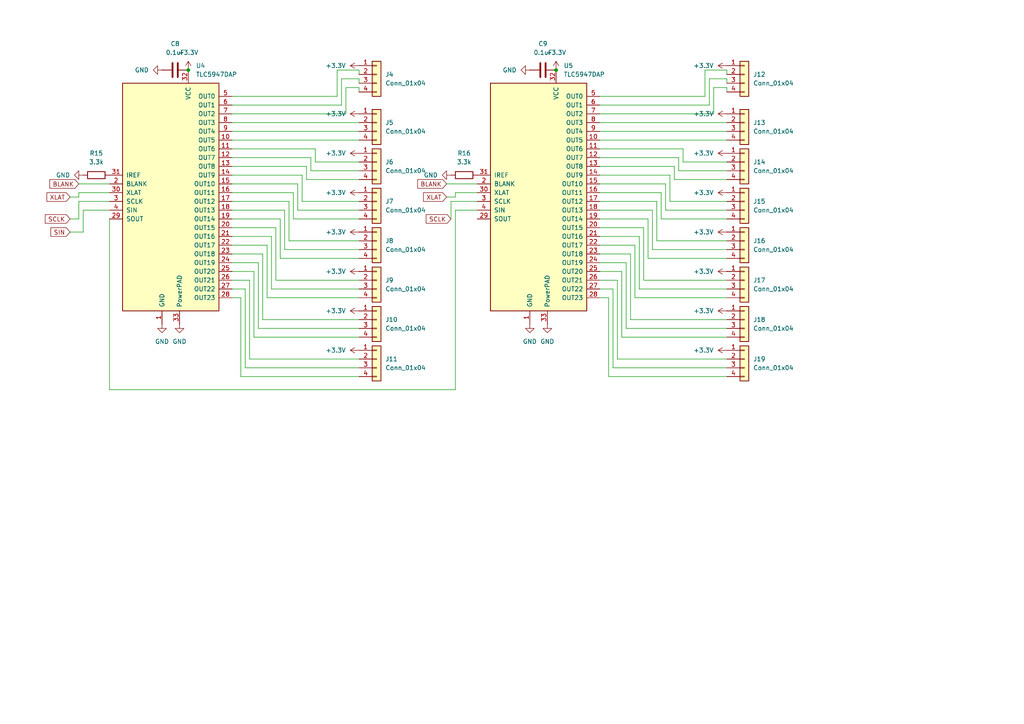
<source format=kicad_sch>
(kicad_sch (version 20231120) (generator "eeschema") (generator_version "8.0")
  (paper "A4")
  (lib_symbols
    (symbol "Device:C" (pin_numbers hide) (pin_names (offset 0.254))
      (property "Reference" "C" (at 0.635 2.54 0))
      (property "Value" "C" (at 0.635 -2.54 0))
      (symbol "C_0_1"
        (polyline (pts (xy -2.032 -0.762) (xy 2.032 -0.762)) (stroke (width 0.508)))
        (polyline (pts (xy -2.032 0.762) (xy 2.032 0.762)) (stroke (width 0.508)))
      )
      (symbol "C_1_1"
        (pin passive line (at 0 3.81 270) (length 2.794) (name "~") (number "1"))
        (pin passive line (at 0 -3.81 90) (length 2.794) (name "~") (number "2"))
      )
    )
    (symbol "Device:R" (pin_numbers hide) (pin_names (offset 0))
      (property "Reference" "R" (at 2.032 0 90))
      (property "Value" "R" (at 0 0 90))
      (symbol "R_0_1"
        (rectangle (start -1.016 -2.54) (end 1.016 2.54) (stroke (width 0.254)))
      )
      (symbol "R_1_1"
        (pin passive line (at 0 3.81 270) (length 1.27) (name "~") (number "1"))
        (pin passive line (at 0 -3.81 90) (length 1.27) (name "~") (number "2"))
      )
    )
    (symbol "Driver_LED:TLC5947DAP" (pin_names (offset 1.016))
      (property "Reference" "U" (at -13.97 38.1 0))
      (property "Value" "TLC5947DAP" (at -13.97 35.56 0))
      (symbol "TLC5947DAP_0_1"
        (rectangle (start -13.97 34.29) (end 13.97 -31.75) (stroke (width 0.254)) (fill (type background)))
        (pin power_in line (at -2.54 -35.56 90) (length 3.81) (name "GND") (number "1"))
        (pin output line (at 17.78 17.78 180) (length 3.81) (name "OUT5") (number "10"))
        (pin output line (at 17.78 15.24 180) (length 3.81) (name "OUT6") (number "11"))
        (pin output line (at 17.78 12.7 180) (length 3.81) (name "OUT7") (number "12"))
        (pin output line (at 17.78 10.16 180) (length 3.81) (name "OUT8") (number "13"))
        (pin output line (at 17.78 7.62 180) (length 3.81) (name "OUT9") (number "14"))
        (pin output line (at 17.78 5.08 180) (length 3.81) (name "OUT10") (number "15"))
        (pin output line (at 17.78 2.54 180) (length 3.81) (name "OUT11") (number "16"))
        (pin output line (at 17.78 0 180) (length 3.81) (name "OUT12") (number "17"))
        (pin output line (at 17.78 -2.54 180) (length 3.81) (name "OUT13") (number "18"))
        (pin output line (at 17.78 -5.08 180) (length 3.81) (name "OUT14") (number "19"))
        (pin input line (at -17.78 5.08 0) (length 3.81) (name "BLANK") (number "2"))
        (pin output line (at 17.78 -7.62 180) (length 3.81) (name "OUT15") (number "20"))
        (pin output line (at 17.78 -10.16 180) (length 3.81) (name "OUT16") (number "21"))
        (pin output line (at 17.78 -12.7 180) (length 3.81) (name "OUT17") (number "22"))
        (pin output line (at 17.78 -15.24 180) (length 3.81) (name "OUT18") (number "23"))
        (pin output line (at 17.78 -17.78 180) (length 3.81) (name "OUT19") (number "24"))
        (pin output line (at 17.78 -20.32 180) (length 3.81) (name "OUT20") (number "25"))
        (pin output line (at 17.78 -22.86 180) (length 3.81) (name "OUT21") (number "26"))
        (pin output line (at 17.78 -25.4 180) (length 3.81) (name "OUT22") (number "27"))
        (pin output line (at 17.78 -27.94 180) (length 3.81) (name "OUT23") (number "28"))
        (pin output line (at -17.78 -5.08 0) (length 3.81) (name "SOUT") (number "29"))
        (pin input line (at -17.78 0 0) (length 3.81) (name "SCLK") (number "3"))
        (pin input line (at -17.78 2.54 0) (length 3.81) (name "XLAT") (number "30"))
        (pin input line (at -17.78 7.62 0) (length 3.81) (name "IREF") (number "31"))
        (pin power_in line (at 5.08 38.1 270) (length 3.81) (name "VCC") (number "32"))
        (pin power_in line (at 2.54 -35.56 90) (length 3.81) (name "PowerPAD") (number "33"))
        (pin input line (at -17.78 -2.54 0) (length 3.81) (name "SIN") (number "4"))
        (pin output line (at 17.78 30.48 180) (length 3.81) (name "OUT0") (number "5"))
        (pin output line (at 17.78 27.94 180) (length 3.81) (name "OUT1") (number "6"))
        (pin output line (at 17.78 25.4 180) (length 3.81) (name "OUT2") (number "7"))
        (pin output line (at 17.78 22.86 180) (length 3.81) (name "OUT3") (number "8"))
        (pin output line (at 17.78 20.32 180) (length 3.81) (name "OUT4") (number "9"))
      )
    )
    (symbol "PCM_4ms_Connector:Conn_01x04" (pin_names (offset 1.016) hide)
      (property "Reference" "J" (at 0 5.08 0))
      (property "Value" "Conn_01x04" (at 0 -7.62 0))
      (symbol "Conn_01x04_1_1"
        (rectangle (start -1.27 -4.953) (end 0 -5.207) (stroke (width 0.1524)))
        (rectangle (start -1.27 -2.413) (end 0 -2.667) (stroke (width 0.1524)))
        (rectangle (start -1.27 0.127) (end 0 -0.127) (stroke (width 0.1524)))
        (rectangle (start -1.27 2.667) (end 0 2.413) (stroke (width 0.1524)))
        (rectangle (start -1.27 3.81) (end 1.27 -6.35) (stroke (width 0.254)) (fill (type background)))
        (pin passive line (at -5.08 2.54 0) (length 3.81) (name "Pin_1") (number "1"))
        (pin passive line (at -5.08 0 0) (length 3.81) (name "Pin_2") (number "2"))
        (pin passive line (at -5.08 -2.54 0) (length 3.81) (name "Pin_3") (number "3"))
        (pin passive line (at -5.08 -5.08 0) (length 3.81) (name "Pin_4") (number "4"))
      )
    )
    (symbol "power:+3.3V" (power) (pin_numbers hide) (pin_names (offset 0) hide)
      (property "Value" "+3.3V" (at 0 3.556 0))
      (symbol "+3.3V_0_1"
        (polyline (pts (xy -0.762 1.27) (xy 0 2.54)))
        (polyline (pts (xy 0 0) (xy 0 2.54)))
        (polyline (pts (xy 0 2.54) (xy 0.762 1.27)))
      )
      (symbol "+3.3V_1_1"
        (pin power_in line (at 0 0 90) (length 0) (name "~") (number "1"))
      )
    )
    (symbol "power:GND" (power) (pin_numbers hide) (pin_names (offset 0) hide)
      (property "Value" "GND" (at 0 -3.81 0))
      (symbol "GND_0_1"
        (polyline (pts (xy 0 0) (xy 0 -1.27) (xy 1.27 -1.27) (xy 0 -2.54) (xy -1.27 -1.27) (xy 0 -1.27)))
      )
      (symbol "GND_1_1"
        (pin power_in line (at 0 0 270) (length 0) (name "~") (number "1"))
      )
    )
  )
  (junction (at 161.29 20.32))
  (junction (at 54.61 20.32))
  (wire (pts (xy 100.33 25.4) (xy 104.14 25.4)))
  (wire (pts (xy 71.12 106.68) (xy 104.14 106.68)))
  (wire (pts (xy 67.31 76.2) (xy 74.93 76.2)))
  (wire (pts (xy 67.31 38.1) (xy 104.14 38.1)))
  (wire (pts (xy 81.28 63.5) (xy 81.28 74.93)))
  (wire (pts (xy 71.12 83.82) (xy 71.12 106.68)))
  (wire (pts (xy 191.77 55.88) (xy 191.77 63.5)))
  (wire (pts (xy 210.82 20.32) (xy 210.82 21.59)))
  (wire (pts (xy 67.31 58.42) (xy 83.82 58.42)))
  (wire (pts (xy 173.99 58.42) (xy 190.5 58.42)))
  (wire (pts (xy 90.17 49.53) (xy 104.14 49.53)))
  (wire (pts (xy 22.86 58.42) (xy 31.75 58.42)))
  (wire (pts (xy 67.31 83.82) (xy 71.12 83.82)))
  (wire (pts (xy 176.53 86.36) (xy 176.53 109.22)))
  (wire (pts (xy 210.82 22.86) (xy 210.82 24.13)))
  (wire (pts (xy 67.31 43.18) (xy 91.44 43.18)))
  (wire (pts (xy 179.07 81.28) (xy 179.07 104.14)))
  (wire (pts (xy 193.04 53.34) (xy 193.04 60.96)))
  (wire (pts (xy 138.43 60.96) (xy 132.08 60.96)))
  (wire (pts (xy 207.01 25.4) (xy 207.01 33.02)))
  (wire (pts (xy 189.23 60.96) (xy 189.23 72.39)))
  (wire (pts (xy 31.75 113.03) (xy 31.75 63.5)))
  (wire (pts (xy 173.99 35.56) (xy 210.82 35.56)))
  (wire (pts (xy 173.99 81.28) (xy 179.07 81.28)))
  (wire (pts (xy 180.34 97.79) (xy 210.82 97.79)))
  (wire (pts (xy 185.42 83.82) (xy 210.82 83.82)))
  (wire (pts (xy 73.66 97.79) (xy 104.14 97.79)))
  (wire (pts (xy 100.33 33.02) (xy 67.31 33.02)))
  (wire (pts (xy 210.82 25.4) (xy 210.82 26.67)))
  (wire (pts (xy 181.61 95.25) (xy 210.82 95.25)))
  (wire (pts (xy 173.99 60.96) (xy 189.23 60.96)))
  (wire (pts (xy 67.31 66.04) (xy 80.01 66.04)))
  (wire (pts (xy 129.54 57.15) (xy 132.08 57.15)))
  (wire (pts (xy 90.17 45.72) (xy 90.17 49.53)))
  (wire (pts (xy 88.9 48.26) (xy 88.9 52.07)))
  (wire (pts (xy 185.42 68.58) (xy 185.42 83.82)))
  (wire (pts (xy 204.47 20.32) (xy 210.82 20.32)))
  (wire (pts (xy 72.39 104.14) (xy 104.14 104.14)))
  (wire (pts (xy 85.09 63.5) (xy 104.14 63.5)))
  (wire (pts (xy 194.31 50.8) (xy 194.31 58.42)))
  (wire (pts (xy 173.99 43.18) (xy 198.12 43.18)))
  (wire (pts (xy 182.88 92.71) (xy 210.82 92.71)))
  (wire (pts (xy 186.69 66.04) (xy 186.69 81.28)))
  (wire (pts (xy 198.12 46.99) (xy 210.82 46.99)))
  (wire (pts (xy 179.07 104.14) (xy 210.82 104.14)))
  (wire (pts (xy 181.61 76.2) (xy 181.61 95.25)))
  (wire (pts (xy 184.15 86.36) (xy 210.82 86.36)))
  (wire (pts (xy 173.99 66.04) (xy 186.69 66.04)))
  (wire (pts (xy 67.31 63.5) (xy 81.28 63.5)))
  (wire (pts (xy 74.93 76.2) (xy 74.93 95.25)))
  (wire (pts (xy 104.14 22.86) (xy 104.14 24.13)))
  (wire (pts (xy 83.82 58.42) (xy 83.82 69.85)))
  (wire (pts (xy 132.08 113.03) (xy 31.75 113.03)))
  (wire (pts (xy 129.54 53.34) (xy 138.43 53.34)))
  (wire (pts (xy 76.2 92.71) (xy 104.14 92.71)))
  (wire (pts (xy 67.31 40.64) (xy 104.14 40.64)))
  (wire (pts (xy 198.12 43.18) (xy 198.12 46.99)))
  (wire (pts (xy 31.75 60.96) (xy 24.13 60.96)))
  (wire (pts (xy 87.63 58.42) (xy 104.14 58.42)))
  (wire (pts (xy 177.8 106.68) (xy 210.82 106.68)))
  (wire (pts (xy 186.69 81.28) (xy 210.82 81.28)))
  (wire (pts (xy 97.79 27.94) (xy 67.31 27.94)))
  (wire (pts (xy 173.99 63.5) (xy 187.96 63.5)))
  (wire (pts (xy 195.58 48.26) (xy 195.58 52.07)))
  (wire (pts (xy 173.99 50.8) (xy 194.31 50.8)))
  (wire (pts (xy 205.74 22.86) (xy 210.82 22.86)))
  (wire (pts (xy 173.99 71.12) (xy 184.15 71.12)))
  (wire (pts (xy 80.01 66.04) (xy 80.01 81.28)))
  (wire (pts (xy 67.31 71.12) (xy 77.47 71.12)))
  (wire (pts (xy 78.74 68.58) (xy 78.74 83.82)))
  (wire (pts (xy 173.99 48.26) (xy 195.58 48.26)))
  (wire (pts (xy 69.85 86.36) (xy 69.85 109.22)))
  (wire (pts (xy 67.31 55.88) (xy 85.09 55.88)))
  (wire (pts (xy 173.99 40.64) (xy 210.82 40.64)))
  (wire (pts (xy 67.31 35.56) (xy 104.14 35.56)))
  (wire (pts (xy 81.28 74.93) (xy 104.14 74.93)))
  (wire (pts (xy 173.99 73.66) (xy 182.88 73.66)))
  (wire (pts (xy 173.99 55.88) (xy 191.77 55.88)))
  (wire (pts (xy 182.88 73.66) (xy 182.88 92.71)))
  (wire (pts (xy 205.74 22.86) (xy 205.74 30.48)))
  (wire (pts (xy 87.63 50.8) (xy 87.63 58.42)))
  (wire (pts (xy 83.82 69.85) (xy 104.14 69.85)))
  (wire (pts (xy 196.85 45.72) (xy 196.85 49.53)))
  (wire (pts (xy 85.09 55.88) (xy 85.09 63.5)))
  (wire (pts (xy 190.5 69.85) (xy 210.82 69.85)))
  (wire (pts (xy 67.31 50.8) (xy 87.63 50.8)))
  (wire (pts (xy 67.31 68.58) (xy 78.74 68.58)))
  (wire (pts (xy 130.81 58.42) (xy 130.81 63.5)))
  (wire (pts (xy 173.99 53.34) (xy 193.04 53.34)))
  (wire (pts (xy 82.55 72.39) (xy 104.14 72.39)))
  (wire (pts (xy 132.08 55.88) (xy 138.43 55.88)))
  (wire (pts (xy 173.99 68.58) (xy 185.42 68.58)))
  (wire (pts (xy 31.75 55.88) (xy 22.86 55.88)))
  (wire (pts (xy 91.44 43.18) (xy 91.44 46.99)))
  (wire (pts (xy 76.2 73.66) (xy 76.2 92.71)))
  (wire (pts (xy 69.85 109.22) (xy 104.14 109.22)))
  (wire (pts (xy 22.86 53.34) (xy 31.75 53.34)))
  (wire (pts (xy 176.53 109.22) (xy 210.82 109.22)))
  (wire (pts (xy 187.96 74.93) (xy 210.82 74.93)))
  (wire (pts (xy 67.31 86.36) (xy 69.85 86.36)))
  (wire (pts (xy 195.58 52.07) (xy 210.82 52.07)))
  (wire (pts (xy 132.08 60.96) (xy 132.08 113.03)))
  (wire (pts (xy 204.47 20.32) (xy 204.47 27.94)))
  (wire (pts (xy 22.86 57.15) (xy 22.86 55.88)))
  (wire (pts (xy 99.06 22.86) (xy 99.06 30.48)))
  (wire (pts (xy 77.47 86.36) (xy 104.14 86.36)))
  (wire (pts (xy 99.06 30.48) (xy 67.31 30.48)))
  (wire (pts (xy 193.04 60.96) (xy 210.82 60.96)))
  (wire (pts (xy 24.13 67.31) (xy 20.32 67.31)))
  (wire (pts (xy 138.43 58.42) (xy 130.81 58.42)))
  (wire (pts (xy 86.36 60.96) (xy 104.14 60.96)))
  (wire (pts (xy 67.31 53.34) (xy 86.36 53.34)))
  (wire (pts (xy 72.39 81.28) (xy 72.39 104.14)))
  (wire (pts (xy 189.23 72.39) (xy 210.82 72.39)))
  (wire (pts (xy 67.31 60.96) (xy 82.55 60.96)))
  (wire (pts (xy 173.99 78.74) (xy 180.34 78.74)))
  (wire (pts (xy 190.5 58.42) (xy 190.5 69.85)))
  (wire (pts (xy 194.31 58.42) (xy 210.82 58.42)))
  (wire (pts (xy 67.31 73.66) (xy 76.2 73.66)))
  (wire (pts (xy 173.99 86.36) (xy 176.53 86.36)))
  (wire (pts (xy 86.36 53.34) (xy 86.36 60.96)))
  (wire (pts (xy 173.99 45.72) (xy 196.85 45.72)))
  (wire (pts (xy 100.33 25.4) (xy 100.33 33.02)))
  (wire (pts (xy 184.15 71.12) (xy 184.15 86.36)))
  (wire (pts (xy 104.14 20.32) (xy 104.14 21.59)))
  (wire (pts (xy 207.01 25.4) (xy 210.82 25.4)))
  (wire (pts (xy 187.96 63.5) (xy 187.96 74.93)))
  (wire (pts (xy 104.14 25.4) (xy 104.14 26.67)))
  (wire (pts (xy 99.06 22.86) (xy 104.14 22.86)))
  (wire (pts (xy 82.55 60.96) (xy 82.55 72.39)))
  (wire (pts (xy 74.93 95.25) (xy 104.14 95.25)))
  (wire (pts (xy 67.31 81.28) (xy 72.39 81.28)))
  (wire (pts (xy 67.31 45.72) (xy 90.17 45.72)))
  (wire (pts (xy 80.01 81.28) (xy 104.14 81.28)))
  (wire (pts (xy 20.32 63.5) (xy 22.86 63.5)))
  (wire (pts (xy 22.86 63.5) (xy 22.86 58.42)))
  (wire (pts (xy 24.13 60.96) (xy 24.13 67.31)))
  (wire (pts (xy 204.47 27.94) (xy 173.99 27.94)))
  (wire (pts (xy 97.79 20.32) (xy 97.79 27.94)))
  (wire (pts (xy 77.47 71.12) (xy 77.47 86.36)))
  (wire (pts (xy 180.34 78.74) (xy 180.34 97.79)))
  (wire (pts (xy 173.99 83.82) (xy 177.8 83.82)))
  (wire (pts (xy 67.31 78.74) (xy 73.66 78.74)))
  (wire (pts (xy 191.77 63.5) (xy 210.82 63.5)))
  (wire (pts (xy 196.85 49.53) (xy 210.82 49.53)))
  (wire (pts (xy 22.86 57.15) (xy 20.32 57.15)))
  (wire (pts (xy 78.74 83.82) (xy 104.14 83.82)))
  (wire (pts (xy 173.99 38.1) (xy 210.82 38.1)))
  (wire (pts (xy 207.01 33.02) (xy 173.99 33.02)))
  (wire (pts (xy 73.66 78.74) (xy 73.66 97.79)))
  (wire (pts (xy 88.9 52.07) (xy 104.14 52.07)))
  (wire (pts (xy 97.79 20.32) (xy 104.14 20.32)))
  (wire (pts (xy 205.74 30.48) (xy 173.99 30.48)))
  (wire (pts (xy 91.44 46.99) (xy 104.14 46.99)))
  (wire (pts (xy 177.8 83.82) (xy 177.8 106.68)))
  (wire (pts (xy 173.99 76.2) (xy 181.61 76.2)))
  (wire (pts (xy 132.08 57.15) (xy 132.08 55.88)))
  (wire (pts (xy 67.31 48.26) (xy 88.9 48.26)))
  (global_label "SIN" (shape input) (at 20.32 67.31 180) (property "Intersheetrefs" "${INTERSHEET_REFS}" (effects (hide yes))))
  (global_label "BLANK" (shape input) (at 22.86 53.34 180) (property "Intersheetrefs" "${INTERSHEET_REFS}" (effects (hide yes))))
  (global_label "XLAT" (shape input) (at 20.32 57.15 180) (property "Intersheetrefs" "${INTERSHEET_REFS}" (effects (hide yes))))
  (global_label "XLAT" (shape input) (at 129.54 57.15 180) (property "Intersheetrefs" "${INTERSHEET_REFS}" (effects (hide yes))))
  (global_label "SCLK" (shape input) (at 130.81 63.5 180) (property "Intersheetrefs" "${INTERSHEET_REFS}" (effects (hide yes))))
  (global_label "BLANK" (shape input) (at 129.54 53.34 180) (property "Intersheetrefs" "${INTERSHEET_REFS}" (effects (hide yes))))
  (global_label "SCLK" (shape input) (at 20.32 63.5 180) (property "Intersheetrefs" "${INTERSHEET_REFS}" (effects (hide yes))))
  (symbol (lib_id "Device:C") (at 50.8 20.32 90) (unit 1)
    (property "Reference" "C8" (at 50.8 12.7 90))
    (property "Value" "0.1uF" (at 50.8 15.24 90))
    (property "Footprint" "Resistor_SMD:R_0805_2012Metric_Pad1.20x1.40mm_HandSolder" (effects (hide yes)))
    (property "Description" "Unpolarized capacitor" (effects (hide yes)))
  )
  (symbol (lib_id "Device:R") (at 27.94 50.8 90) (unit 1)
    (property "Reference" "R15" (at 27.94 44.45 90))
    (property "Value" "3.3k" (at 27.94 46.99 90))
    (property "Footprint" "Resistor_SMD:R_0805_2012Metric_Pad1.20x1.40mm_HandSolder" (effects (hide yes)))
    (property "Description" "Resistor" (effects (hide yes)))
  )
  (symbol (lib_id "PCM_4ms_Connector:Conn_01x04") (at 109.22 104.14 0) (unit 1)
    (property "Reference" "J11" (at 111.76 104.1399 0) (effects (justify left)))
    (property "Value" "Conn_01x04" (at 111.76 106.6799 0) (effects (justify left)))
    (property "Footprint" "Connector_JST:JST_SUR_BM04B-SURS-TF_1x04-1MP_P0.80mm_Vertical" (effects (hide yes)))
    (property "Description" "HEADER 1x4 MALE PINS 0.100” 180deg" (effects (hide yes)))
    (property "Specifications" "HEADER 1x4 MALE PINS 0.100” 180deg" (effects (hide yes)))
    (property "Manufacturer" "TAD" (effects (hide yes)))
    (property "Part Number" "1-0401FBV0T" (effects (hide yes)))
  )
  (symbol (lib_id "PCM_4ms_Connector:Conn_01x04") (at 215.9 46.99 0) (unit 1)
    (property "Reference" "J14" (at 218.44 46.9899 0) (effects (justify left)))
    (property "Value" "Conn_01x04" (at 218.44 49.5299 0) (effects (justify left)))
    (property "Footprint" "Connector_JST:JST_SUR_BM04B-SURS-TF_1x04-1MP_P0.80mm_Vertical" (effects (hide yes)))
    (property "Description" "HEADER 1x4 MALE PINS 0.100” 180deg" (effects (hide yes)))
    (property "Specifications" "HEADER 1x4 MALE PINS 0.100” 180deg" (effects (hide yes)))
    (property "Manufacturer" "TAD" (effects (hide yes)))
    (property "Part Number" "1-0401FBV0T" (effects (hide yes)))
  )
  (symbol (lib_id "Device:R") (at 134.62 50.8 90) (unit 1)
    (property "Reference" "R16" (at 134.62 44.45 90))
    (property "Value" "3.3k" (at 134.62 46.99 90))
    (property "Footprint" "Resistor_SMD:R_0805_2012Metric_Pad1.20x1.40mm_HandSolder" (effects (hide yes)))
    (property "Description" "Resistor" (effects (hide yes)))
  )
  (symbol (lib_id "power:GND") (at 130.81 50.8 270) (unit 1)
    (property "Reference" "#PWR039" (effects (hide yes)))
    (property "Value" "GND" (at 127 50.7999 90) (effects (justify right)))
    (property "Description" "Power symbol creates a global label with name \"GND\" , ground" (effects (hide yes)))
  )
  (symbol (lib_id "PCM_4ms_Connector:Conn_01x04") (at 215.9 35.56 0) (unit 1)
    (property "Reference" "J13" (at 218.44 35.5599 0) (effects (justify left)))
    (property "Value" "Conn_01x04" (at 218.44 38.0999 0) (effects (justify left)))
    (property "Footprint" "Connector_JST:JST_SUR_BM04B-SURS-TF_1x04-1MP_P0.80mm_Vertical" (effects (hide yes)))
    (property "Description" "HEADER 1x4 MALE PINS 0.100” 180deg" (effects (hide yes)))
    (property "Specifications" "HEADER 1x4 MALE PINS 0.100” 180deg" (effects (hide yes)))
    (property "Manufacturer" "TAD" (effects (hide yes)))
    (property "Part Number" "1-0401FBV0T" (effects (hide yes)))
  )
  (symbol (lib_id "power:+3.3V") (at 104.14 101.6 90) (unit 1)
    (property "Reference" "#PWR029" (effects (hide yes)))
    (property "Value" "+3.3V" (at 100.33 101.5999 90) (effects (justify left)))
    (property "Description" "Power symbol creates a global label with name \"+3.3V\"" (effects (hide yes)))
  )
  (symbol (lib_id "power:+3.3V") (at 210.82 55.88 90) (unit 1)
    (property "Reference" "#PWR033" (effects (hide yes)))
    (property "Value" "+3.3V" (at 207.01 55.8799 90) (effects (justify left)))
    (property "Description" "Power symbol creates a global label with name \"+3.3V\"" (effects (hide yes)))
  )
  (symbol (lib_id "power:GND") (at 46.99 93.98 0) (unit 1)
    (property "Reference" "#PWR016" (effects (hide yes)))
    (property "Value" "GND" (at 46.99 99.06 0))
    (property "Description" "Power symbol creates a global label with name \"GND\" , ground" (effects (hide yes)))
  )
  (symbol (lib_id "PCM_4ms_Connector:Conn_01x04") (at 109.22 46.99 0) (unit 1)
    (property "Reference" "J6" (at 111.76 46.9899 0) (effects (justify left)))
    (property "Value" "Conn_01x04" (at 111.76 49.5299 0) (effects (justify left)))
    (property "Footprint" "Connector_JST:JST_SUR_BM04B-SURS-TF_1x04-1MP_P0.80mm_Vertical" (effects (hide yes)))
    (property "Description" "HEADER 1x4 MALE PINS 0.100” 180deg" (effects (hide yes)))
    (property "Specifications" "HEADER 1x4 MALE PINS 0.100” 180deg" (effects (hide yes)))
    (property "Manufacturer" "TAD" (effects (hide yes)))
    (property "Part Number" "1-0401FBV0T" (effects (hide yes)))
  )
  (symbol (lib_id "power:+3.3V") (at 210.82 90.17 90) (unit 1)
    (property "Reference" "#PWR036" (effects (hide yes)))
    (property "Value" "+3.3V" (at 207.01 90.1699 90) (effects (justify left)))
    (property "Description" "Power symbol creates a global label with name \"+3.3V\"" (effects (hide yes)))
  )
  (symbol (lib_id "Driver_LED:TLC5947DAP") (at 156.21 58.42 0) (unit 1)
    (property "Reference" "U5" (at 163.4841 19.05 0) (effects (justify left)))
    (property "Value" "TLC5947DAP" (at 163.4841 21.59 0) (effects (justify left)))
    (property "Footprint" "Package_SO:HTSSOP-32-1EP_6.1x11mm_P0.65mm_EP5.2x11mm_Mask4.11x4.36mm_ThermalVias" (effects (hide yes)))
    (property "Datasheet" "http://www.ti.com/lit/ds/symlink/tlc5947.pdf" (effects (hide yes)))
    (property "Description" "24-Channel, 12-Bit PWM LED Driver, HTSSOP" (effects (hide yes)))
  )
  (symbol (lib_id "power:+3.3V") (at 104.14 90.17 90) (unit 1)
    (property "Reference" "#PWR028" (effects (hide yes)))
    (property "Value" "+3.3V" (at 100.33 90.1699 90) (effects (justify left)))
    (property "Description" "Power symbol creates a global label with name \"+3.3V\"" (effects (hide yes)))
  )
  (symbol (lib_id "PCM_4ms_Connector:Conn_01x04") (at 215.9 21.59 0) (unit 1)
    (property "Reference" "J12" (at 218.44 21.5899 0) (effects (justify left)))
    (property "Value" "Conn_01x04" (at 218.44 24.1299 0) (effects (justify left)))
    (property "Footprint" "Connector_JST:JST_SUR_BM04B-SURS-TF_1x04-1MP_P0.80mm_Vertical" (effects (hide yes)))
    (property "Description" "HEADER 1x4 MALE PINS 0.100” 180deg" (effects (hide yes)))
    (property "Specifications" "HEADER 1x4 MALE PINS 0.100” 180deg" (effects (hide yes)))
    (property "Manufacturer" "TAD" (effects (hide yes)))
    (property "Part Number" "1-0401FBV0T" (effects (hide yes)))
  )
  (symbol (lib_id "power:GND") (at 24.13 50.8 270) (unit 1)
    (property "Reference" "#PWR038" (effects (hide yes)))
    (property "Value" "GND" (at 20.32 50.7999 90) (effects (justify right)))
    (property "Description" "Power symbol creates a global label with name \"GND\" , ground" (effects (hide yes)))
  )
  (symbol (lib_id "Driver_LED:TLC5947DAP") (at 49.53 58.42 0) (unit 1)
    (property "Reference" "U4" (at 56.8041 19.05 0) (effects (justify left)))
    (property "Value" "TLC5947DAP" (at 56.8041 21.59 0) (effects (justify left)))
    (property "Footprint" "Package_SO:HTSSOP-32-1EP_6.1x11mm_P0.65mm_EP5.2x11mm_Mask4.11x4.36mm_ThermalVias" (effects (hide yes)))
    (property "Datasheet" "http://www.ti.com/lit/ds/symlink/tlc5947.pdf" (effects (hide yes)))
    (property "Description" "24-Channel, 12-Bit PWM LED Driver, HTSSOP" (effects (hide yes)))
  )
  (symbol (lib_id "Device:C") (at 157.48 20.32 90) (unit 1)
    (property "Reference" "C9" (at 157.48 12.7 90))
    (property "Value" "0.1uF" (at 157.48 15.24 90))
    (property "Footprint" "Resistor_SMD:R_0805_2012Metric_Pad1.20x1.40mm_HandSolder" (effects (hide yes)))
    (property "Description" "Unpolarized capacitor" (effects (hide yes)))
  )
  (symbol (lib_id "power:+3.3V") (at 210.82 67.31 90) (unit 1)
    (property "Reference" "#PWR034" (effects (hide yes)))
    (property "Value" "+3.3V" (at 207.01 67.3099 90) (effects (justify left)))
    (property "Description" "Power symbol creates a global label with name \"+3.3V\"" (effects (hide yes)))
  )
  (symbol (lib_id "PCM_4ms_Connector:Conn_01x04") (at 215.9 69.85 0) (unit 1)
    (property "Reference" "J16" (at 218.44 69.8499 0) (effects (justify left)))
    (property "Value" "Conn_01x04" (at 218.44 72.3899 0) (effects (justify left)))
    (property "Footprint" "Connector_JST:JST_SUR_BM04B-SURS-TF_1x04-1MP_P0.80mm_Vertical" (effects (hide yes)))
    (property "Description" "HEADER 1x4 MALE PINS 0.100” 180deg" (effects (hide yes)))
    (property "Specifications" "HEADER 1x4 MALE PINS 0.100” 180deg" (effects (hide yes)))
    (property "Manufacturer" "TAD" (effects (hide yes)))
    (property "Part Number" "1-0401FBV0T" (effects (hide yes)))
  )
  (symbol (lib_id "PCM_4ms_Connector:Conn_01x04") (at 109.22 81.28 0) (unit 1)
    (property "Reference" "J9" (at 111.76 81.2799 0) (effects (justify left)))
    (property "Value" "Conn_01x04" (at 111.76 83.8199 0) (effects (justify left)))
    (property "Footprint" "Connector_JST:JST_SUR_BM04B-SURS-TF_1x04-1MP_P0.80mm_Vertical" (effects (hide yes)))
    (property "Description" "HEADER 1x4 MALE PINS 0.100” 180deg" (effects (hide yes)))
    (property "Specifications" "HEADER 1x4 MALE PINS 0.100” 180deg" (effects (hide yes)))
    (property "Manufacturer" "TAD" (effects (hide yes)))
    (property "Part Number" "1-0401FBV0T" (effects (hide yes)))
  )
  (symbol (lib_id "power:+3.3V") (at 54.61 20.32 0) (unit 1)
    (property "Reference" "#PWR018" (effects (hide yes)))
    (property "Value" "+3.3V" (at 54.61 15.24 0))
    (property "Description" "Power symbol creates a global label with name \"+3.3V\"" (effects (hide yes)))
  )
  (symbol (lib_id "PCM_4ms_Connector:Conn_01x04") (at 215.9 81.28 0) (unit 1)
    (property "Reference" "J17" (at 218.44 81.2799 0) (effects (justify left)))
    (property "Value" "Conn_01x04" (at 218.44 83.8199 0) (effects (justify left)))
    (property "Footprint" "Connector_JST:JST_SUR_BM04B-SURS-TF_1x04-1MP_P0.80mm_Vertical" (effects (hide yes)))
    (property "Description" "HEADER 1x4 MALE PINS 0.100” 180deg" (effects (hide yes)))
    (property "Specifications" "HEADER 1x4 MALE PINS 0.100” 180deg" (effects (hide yes)))
    (property "Manufacturer" "TAD" (effects (hide yes)))
    (property "Part Number" "1-0401FBV0T" (effects (hide yes)))
  )
  (symbol (lib_id "power:+3.3V") (at 210.82 33.02 90) (unit 1)
    (property "Reference" "#PWR031" (effects (hide yes)))
    (property "Value" "+3.3V" (at 207.01 33.0199 90) (effects (justify left)))
    (property "Description" "Power symbol creates a global label with name \"+3.3V\"" (effects (hide yes)))
  )
  (symbol (lib_id "power:+3.3V") (at 161.29 20.32 0) (unit 1)
    (property "Reference" "#PWR021" (effects (hide yes)))
    (property "Value" "+3.3V" (at 161.29 15.24 0))
    (property "Description" "Power symbol creates a global label with name \"+3.3V\"" (effects (hide yes)))
  )
  (symbol (lib_id "power:+3.3V") (at 210.82 101.6 90) (unit 1)
    (property "Reference" "#PWR037" (effects (hide yes)))
    (property "Value" "+3.3V" (at 207.01 101.5999 90) (effects (justify left)))
    (property "Description" "Power symbol creates a global label with name \"+3.3V\"" (effects (hide yes)))
  )
  (symbol (lib_id "PCM_4ms_Connector:Conn_01x04") (at 109.22 58.42 0) (unit 1)
    (property "Reference" "J7" (at 111.76 58.4199 0) (effects (justify left)))
    (property "Value" "Conn_01x04" (at 111.76 60.9599 0) (effects (justify left)))
    (property "Footprint" "Connector_JST:JST_SUR_BM04B-SURS-TF_1x04-1MP_P0.80mm_Vertical" (effects (hide yes)))
    (property "Description" "HEADER 1x4 MALE PINS 0.100” 180deg" (effects (hide yes)))
    (property "Specifications" "HEADER 1x4 MALE PINS 0.100” 180deg" (effects (hide yes)))
    (property "Manufacturer" "TAD" (effects (hide yes)))
    (property "Part Number" "1-0401FBV0T" (effects (hide yes)))
  )
  (symbol (lib_id "power:GND") (at 153.67 93.98 0) (unit 1)
    (property "Reference" "#PWR017" (effects (hide yes)))
    (property "Value" "GND" (at 153.67 99.06 0))
    (property "Description" "Power symbol creates a global label with name \"GND\" , ground" (effects (hide yes)))
  )
  (symbol (lib_id "power:GND") (at 153.67 20.32 270) (unit 1)
    (property "Reference" "#PWR040" (effects (hide yes)))
    (property "Value" "GND" (at 149.86 20.3199 90) (effects (justify right)))
    (property "Description" "Power symbol creates a global label with name \"GND\" , ground" (effects (hide yes)))
  )
  (symbol (lib_id "power:+3.3V") (at 104.14 44.45 90) (unit 1)
    (property "Reference" "#PWR024" (effects (hide yes)))
    (property "Value" "+3.3V" (at 100.33 44.4499 90) (effects (justify left)))
    (property "Description" "Power symbol creates a global label with name \"+3.3V\"" (effects (hide yes)))
  )
  (symbol (lib_id "PCM_4ms_Connector:Conn_01x04") (at 109.22 69.85 0) (unit 1)
    (property "Reference" "J8" (at 111.76 69.8499 0) (effects (justify left)))
    (property "Value" "Conn_01x04" (at 111.76 72.3899 0) (effects (justify left)))
    (property "Footprint" "Connector_JST:JST_SUR_BM04B-SURS-TF_1x04-1MP_P0.80mm_Vertical" (effects (hide yes)))
    (property "Description" "HEADER 1x4 MALE PINS 0.100” 180deg" (effects (hide yes)))
    (property "Specifications" "HEADER 1x4 MALE PINS 0.100” 180deg" (effects (hide yes)))
    (property "Manufacturer" "TAD" (effects (hide yes)))
    (property "Part Number" "1-0401FBV0T" (effects (hide yes)))
  )
  (symbol (lib_id "power:GND") (at 46.99 20.32 270) (unit 1)
    (property "Reference" "#PWR041" (effects (hide yes)))
    (property "Value" "GND" (at 43.18 20.3199 90) (effects (justify right)))
    (property "Description" "Power symbol creates a global label with name \"GND\" , ground" (effects (hide yes)))
  )
  (symbol (lib_id "PCM_4ms_Connector:Conn_01x04") (at 109.22 92.71 0) (unit 1)
    (property "Reference" "J10" (at 111.76 92.7099 0) (effects (justify left)))
    (property "Value" "Conn_01x04" (at 111.76 95.2499 0) (effects (justify left)))
    (property "Footprint" "Connector_JST:JST_SUR_BM04B-SURS-TF_1x04-1MP_P0.80mm_Vertical" (effects (hide yes)))
    (property "Description" "HEADER 1x4 MALE PINS 0.100” 180deg" (effects (hide yes)))
    (property "Specifications" "HEADER 1x4 MALE PINS 0.100” 180deg" (effects (hide yes)))
    (property "Manufacturer" "TAD" (effects (hide yes)))
    (property "Part Number" "1-0401FBV0T" (effects (hide yes)))
  )
  (symbol (lib_id "power:+3.3V") (at 210.82 78.74 90) (unit 1)
    (property "Reference" "#PWR035" (effects (hide yes)))
    (property "Value" "+3.3V" (at 207.01 78.7399 90) (effects (justify left)))
    (property "Description" "Power symbol creates a global label with name \"+3.3V\"" (effects (hide yes)))
  )
  (symbol (lib_id "power:+3.3V") (at 210.82 19.05 90) (unit 1)
    (property "Reference" "#PWR030" (effects (hide yes)))
    (property "Value" "+3.3V" (at 207.01 19.0499 90) (effects (justify left)))
    (property "Description" "Power symbol creates a global label with name \"+3.3V\"" (effects (hide yes)))
  )
  (symbol (lib_id "power:GND") (at 52.07 93.98 0) (unit 1)
    (property "Reference" "#PWR020" (effects (hide yes)))
    (property "Value" "GND" (at 52.07 99.06 0))
    (property "Description" "Power symbol creates a global label with name \"GND\" , ground" (effects (hide yes)))
  )
  (symbol (lib_id "power:+3.3V") (at 104.14 19.05 90) (unit 1)
    (property "Reference" "#PWR022" (effects (hide yes)))
    (property "Value" "+3.3V" (at 100.33 19.0499 90) (effects (justify left)))
    (property "Description" "Power symbol creates a global label with name \"+3.3V\"" (effects (hide yes)))
  )
  (symbol (lib_id "PCM_4ms_Connector:Conn_01x04") (at 215.9 58.42 0) (unit 1)
    (property "Reference" "J15" (at 218.44 58.4199 0) (effects (justify left)))
    (property "Value" "Conn_01x04" (at 218.44 60.9599 0) (effects (justify left)))
    (property "Footprint" "Connector_JST:JST_SUR_BM04B-SURS-TF_1x04-1MP_P0.80mm_Vertical" (effects (hide yes)))
    (property "Description" "HEADER 1x4 MALE PINS 0.100” 180deg" (effects (hide yes)))
    (property "Specifications" "HEADER 1x4 MALE PINS 0.100” 180deg" (effects (hide yes)))
    (property "Manufacturer" "TAD" (effects (hide yes)))
    (property "Part Number" "1-0401FBV0T" (effects (hide yes)))
  )
  (symbol (lib_id "power:+3.3V") (at 104.14 33.02 90) (unit 1)
    (property "Reference" "#PWR023" (effects (hide yes)))
    (property "Value" "+3.3V" (at 100.33 33.0199 90) (effects (justify left)))
    (property "Description" "Power symbol creates a global label with name \"+3.3V\"" (effects (hide yes)))
  )
  (symbol (lib_id "power:+3.3V") (at 104.14 55.88 90) (unit 1)
    (property "Reference" "#PWR025" (effects (hide yes)))
    (property "Value" "+3.3V" (at 100.33 55.8799 90) (effects (justify left)))
    (property "Description" "Power symbol creates a global label with name \"+3.3V\"" (effects (hide yes)))
  )
  (symbol (lib_id "power:+3.3V") (at 104.14 67.31 90) (unit 1)
    (property "Reference" "#PWR026" (effects (hide yes)))
    (property "Value" "+3.3V" (at 100.33 67.3099 90) (effects (justify left)))
    (property "Description" "Power symbol creates a global label with name \"+3.3V\"" (effects (hide yes)))
  )
  (symbol (lib_id "PCM_4ms_Connector:Conn_01x04") (at 109.22 35.56 0) (unit 1)
    (property "Reference" "J5" (at 111.76 35.5599 0) (effects (justify left)))
    (property "Value" "Conn_01x04" (at 111.76 38.0999 0) (effects (justify left)))
    (property "Footprint" "Connector_JST:JST_SUR_BM04B-SURS-TF_1x04-1MP_P0.80mm_Vertical" (effects (hide yes)))
    (property "Description" "HEADER 1x4 MALE PINS 0.100” 180deg" (effects (hide yes)))
    (property "Specifications" "HEADER 1x4 MALE PINS 0.100” 180deg" (effects (hide yes)))
    (property "Manufacturer" "TAD" (effects (hide yes)))
    (property "Part Number" "1-0401FBV0T" (effects (hide yes)))
  )
  (symbol (lib_id "PCM_4ms_Connector:Conn_01x04") (at 215.9 92.71 0) (unit 1)
    (property "Reference" "J18" (at 218.44 92.7099 0) (effects (justify left)))
    (property "Value" "Conn_01x04" (at 218.44 95.2499 0) (effects (justify left)))
    (property "Footprint" "Connector_JST:JST_SUR_BM04B-SURS-TF_1x04-1MP_P0.80mm_Vertical" (effects (hide yes)))
    (property "Description" "HEADER 1x4 MALE PINS 0.100” 180deg" (effects (hide yes)))
    (property "Specifications" "HEADER 1x4 MALE PINS 0.100” 180deg" (effects (hide yes)))
    (property "Manufacturer" "TAD" (effects (hide yes)))
    (property "Part Number" "1-0401FBV0T" (effects (hide yes)))
  )
  (symbol (lib_id "PCM_4ms_Connector:Conn_01x04") (at 109.22 21.59 0) (unit 1)
    (property "Reference" "J4" (at 111.76 21.5899 0) (effects (justify left)))
    (property "Value" "Conn_01x04" (at 111.76 24.1299 0) (effects (justify left)))
    (property "Footprint" "Connector_JST:JST_SUR_BM04B-SURS-TF_1x04-1MP_P0.80mm_Vertical" (effects (hide yes)))
    (property "Description" "HEADER 1x4 MALE PINS 0.100” 180deg" (effects (hide yes)))
    (property "Specifications" "HEADER 1x4 MALE PINS 0.100” 180deg" (effects (hide yes)))
    (property "Manufacturer" "TAD" (effects (hide yes)))
    (property "Part Number" "1-0401FBV0T" (effects (hide yes)))
  )
  (symbol (lib_id "power:+3.3V") (at 210.82 44.45 90) (unit 1)
    (property "Reference" "#PWR032" (effects (hide yes)))
    (property "Value" "+3.3V" (at 207.01 44.4499 90) (effects (justify left)))
    (property "Description" "Power symbol creates a global label with name \"+3.3V\"" (effects (hide yes)))
  )
  (symbol (lib_id "power:GND") (at 158.75 93.98 0) (unit 1)
    (property "Reference" "#PWR019" (effects (hide yes)))
    (property "Value" "GND" (at 158.75 99.06 0))
    (property "Description" "Power symbol creates a global label with name \"GND\" , ground" (effects (hide yes)))
  )
  (symbol (lib_id "PCM_4ms_Connector:Conn_01x04") (at 215.9 104.14 0) (unit 1)
    (property "Reference" "J19" (at 218.44 104.1399 0) (effects (justify left)))
    (property "Value" "Conn_01x04" (at 218.44 106.6799 0) (effects (justify left)))
    (property "Footprint" "Connector_JST:JST_SUR_BM04B-SURS-TF_1x04-1MP_P0.80mm_Vertical" (effects (hide yes)))
    (property "Description" "HEADER 1x4 MALE PINS 0.100” 180deg" (effects (hide yes)))
    (property "Specifications" "HEADER 1x4 MALE PINS 0.100” 180deg" (effects (hide yes)))
    (property "Manufacturer" "TAD" (effects (hide yes)))
    (property "Part Number" "1-0401FBV0T" (effects (hide yes)))
  )
  (symbol (lib_id "power:+3.3V") (at 104.14 78.74 90) (unit 1)
    (property "Reference" "#PWR027" (effects (hide yes)))
    (property "Value" "+3.3V" (at 100.33 78.7399 90) (effects (justify left)))
    (property "Description" "Power symbol creates a global label with name \"+3.3V\"" (effects (hide yes)))
  )
)
</source>
